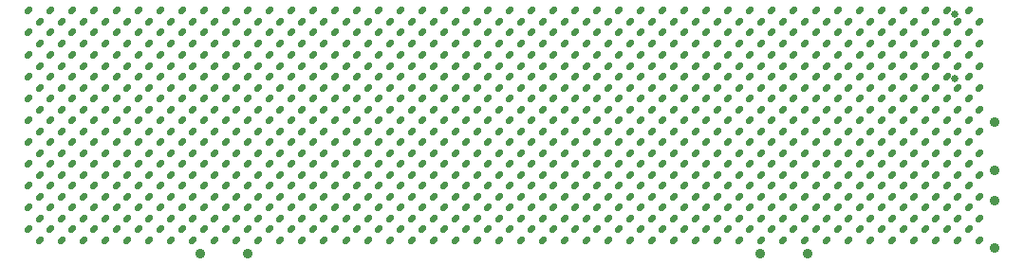
<source format=gbr>
%TF.GenerationSoftware,KiCad,Pcbnew,9.0.1-1.fc41*%
%TF.CreationDate,2025-07-12T12:53:14+07:00*%
%TF.ProjectId,BadgeMagic,42616467-654d-4616-9769-632e6b696361,rev?*%
%TF.SameCoordinates,Original*%
%TF.FileFunction,Soldermask,Bot*%
%TF.FilePolarity,Negative*%
%FSLAX46Y46*%
G04 Gerber Fmt 4.6, Leading zero omitted, Abs format (unit mm)*
G04 Created by KiCad (PCBNEW 9.0.1-1.fc41) date 2025-07-12 12:53:14*
%MOMM*%
%LPD*%
G01*
G04 APERTURE LIST*
G04 Aperture macros list*
%AMRoundRect*
0 Rectangle with rounded corners*
0 $1 Rounding radius*
0 $2 $3 $4 $5 $6 $7 $8 $9 X,Y pos of 4 corners*
0 Add a 4 corners polygon primitive as box body*
4,1,4,$2,$3,$4,$5,$6,$7,$8,$9,$2,$3,0*
0 Add four circle primitives for the rounded corners*
1,1,$1+$1,$2,$3*
1,1,$1+$1,$4,$5*
1,1,$1+$1,$6,$7*
1,1,$1+$1,$8,$9*
0 Add four rect primitives between the rounded corners*
20,1,$1+$1,$2,$3,$4,$5,0*
20,1,$1+$1,$4,$5,$6,$7,0*
20,1,$1+$1,$6,$7,$8,$9,0*
20,1,$1+$1,$8,$9,$2,$3,0*%
G04 Aperture macros list end*
%ADD10C,0.900000*%
%ADD11C,0.650000*%
%ADD12RoundRect,0.150000X0.247487X0.106066X0.106066X0.247487X-0.247487X-0.106066X-0.106066X-0.247487X0*%
G04 APERTURE END LIST*
D10*
%TO.C,KEY1*%
X193320000Y-109880000D03*
X193320000Y-114180000D03*
%TD*%
%TO.C,KEY2*%
X193340000Y-102868400D03*
X193340000Y-107168400D03*
%TD*%
D11*
%TO.C,J2*%
X189785000Y-99020000D03*
X189785000Y-93240000D03*
%TD*%
D10*
%TO.C,KEY4*%
X176690000Y-114660000D03*
X172390000Y-114660000D03*
%TD*%
%TO.C,KEY3*%
X126750000Y-114650000D03*
X122450000Y-114650000D03*
%TD*%
D12*
%TO.C,D330*%
X164726940Y-93887500D03*
X163736990Y-92897550D03*
%TD*%
%TO.C,D197*%
X141326940Y-95837500D03*
X140336990Y-94847550D03*
%TD*%
%TO.C,D207*%
X143276940Y-97887500D03*
X142286990Y-96897550D03*
%TD*%
%TO.C,D389*%
X176426940Y-107637500D03*
X175436990Y-106647550D03*
%TD*%
%TO.C,D1*%
X108176940Y-113487500D03*
X107186990Y-112497550D03*
%TD*%
%TO.C,D55*%
X115976940Y-93887500D03*
X114986990Y-92897550D03*
%TD*%
%TO.C,D371*%
X172526940Y-99837500D03*
X171536990Y-98847550D03*
%TD*%
%TO.C,D454*%
X188126940Y-109587500D03*
X187136990Y-108597550D03*
%TD*%
%TO.C,D269*%
X154976940Y-105687500D03*
X153986990Y-104697550D03*
%TD*%
%TO.C,D276*%
X156926940Y-113487500D03*
X155936990Y-112497550D03*
%TD*%
%TO.C,D130*%
X129626940Y-97887500D03*
X128636990Y-96897550D03*
%TD*%
%TO.C,D53*%
X115976940Y-97887500D03*
X114986990Y-96897550D03*
%TD*%
%TO.C,D136*%
X131576940Y-107637500D03*
X130586990Y-106647550D03*
%TD*%
%TO.C,D421*%
X182276940Y-109587500D03*
X181286990Y-108597550D03*
%TD*%
%TO.C,D294*%
X158876940Y-99837500D03*
X157886990Y-98847550D03*
%TD*%
%TO.C,D261*%
X153026940Y-99837500D03*
X152036990Y-98847550D03*
%TD*%
%TO.C,D333*%
X166676940Y-109587500D03*
X165686990Y-108597550D03*
%TD*%
%TO.C,D181*%
X139376940Y-105687500D03*
X138386990Y-104697550D03*
%TD*%
%TO.C,D216*%
X145226940Y-101787500D03*
X144236990Y-100797550D03*
%TD*%
%TO.C,D424*%
X182276940Y-103737500D03*
X181286990Y-102747550D03*
%TD*%
%TO.C,D413*%
X180326940Y-103737500D03*
X179336990Y-102747550D03*
%TD*%
%TO.C,D263*%
X153026940Y-95837500D03*
X152036990Y-94847550D03*
%TD*%
%TO.C,D219*%
X145226940Y-95837500D03*
X144236990Y-94847550D03*
%TD*%
%TO.C,D198*%
X141326940Y-93887500D03*
X140336990Y-92897550D03*
%TD*%
%TO.C,D30*%
X112076940Y-99837500D03*
X111086990Y-98847550D03*
%TD*%
%TO.C,D255*%
X153026940Y-111537500D03*
X152036990Y-110547550D03*
%TD*%
%TO.C,D179*%
X139376940Y-109587500D03*
X138386990Y-108597550D03*
%TD*%
%TO.C,D308*%
X160826940Y-93887500D03*
X159836990Y-92897550D03*
%TD*%
%TO.C,D12*%
X110126940Y-113487500D03*
X109136990Y-112497550D03*
%TD*%
%TO.C,D7*%
X108176940Y-101787500D03*
X107186990Y-100797550D03*
%TD*%
%TO.C,D129*%
X129626940Y-99837500D03*
X128636990Y-98847550D03*
%TD*%
%TO.C,D36*%
X114026940Y-109587500D03*
X113036990Y-108597550D03*
%TD*%
%TO.C,D82*%
X121826940Y-105687500D03*
X120836990Y-104697550D03*
%TD*%
%TO.C,D217*%
X145226940Y-99837500D03*
X144236990Y-98847550D03*
%TD*%
%TO.C,D218*%
X145226940Y-97887500D03*
X144236990Y-96897550D03*
%TD*%
%TO.C,D398*%
X178376940Y-111537500D03*
X177386990Y-110547550D03*
%TD*%
%TO.C,D407*%
X178376940Y-93887500D03*
X177386990Y-92897550D03*
%TD*%
%TO.C,D112*%
X127676940Y-111537500D03*
X126686990Y-110547550D03*
%TD*%
%TO.C,D210*%
X145226940Y-113487500D03*
X144236990Y-112497550D03*
%TD*%
%TO.C,D282*%
X156926940Y-101787500D03*
X155936990Y-100797550D03*
%TD*%
%TO.C,D367*%
X172526940Y-107637500D03*
X171536990Y-106647550D03*
%TD*%
%TO.C,D278*%
X156926940Y-109587500D03*
X155936990Y-108597550D03*
%TD*%
%TO.C,D118*%
X127676940Y-99837500D03*
X126686990Y-98847550D03*
%TD*%
%TO.C,D366*%
X172526940Y-109587500D03*
X171536990Y-108597550D03*
%TD*%
%TO.C,D22*%
X110126940Y-93887500D03*
X109136990Y-92897550D03*
%TD*%
%TO.C,D231*%
X147176940Y-93887500D03*
X146186990Y-92897550D03*
%TD*%
%TO.C,D267*%
X154976940Y-109587500D03*
X153986990Y-108597550D03*
%TD*%
%TO.C,D244*%
X151076940Y-111537500D03*
X150086990Y-110547550D03*
%TD*%
%TO.C,D153*%
X133526940Y-95837500D03*
X132536990Y-94847550D03*
%TD*%
%TO.C,D388*%
X176426940Y-109587500D03*
X175436990Y-108597550D03*
%TD*%
%TO.C,D315*%
X162776940Y-101787500D03*
X161786990Y-100797550D03*
%TD*%
%TO.C,D337*%
X166676940Y-101787500D03*
X165686990Y-100797550D03*
%TD*%
%TO.C,D273*%
X154976940Y-97887500D03*
X153986990Y-96897550D03*
%TD*%
%TO.C,D95*%
X123776940Y-101787500D03*
X122786990Y-100797550D03*
%TD*%
%TO.C,D230*%
X147176940Y-95837500D03*
X146186990Y-94847550D03*
%TD*%
%TO.C,D446*%
X186176940Y-103737500D03*
X185186990Y-102747550D03*
%TD*%
%TO.C,D373*%
X172526940Y-95837500D03*
X171536990Y-94847550D03*
%TD*%
%TO.C,D419*%
X182276940Y-113487500D03*
X181286990Y-112497550D03*
%TD*%
%TO.C,D459*%
X188126940Y-99837500D03*
X187136990Y-98847550D03*
%TD*%
%TO.C,D445*%
X186176940Y-105687500D03*
X185186990Y-104697550D03*
%TD*%
%TO.C,D121*%
X127676940Y-93887500D03*
X126686990Y-92897550D03*
%TD*%
%TO.C,D26*%
X112076940Y-107637500D03*
X111086990Y-106647550D03*
%TD*%
%TO.C,D247*%
X151076940Y-105687500D03*
X150086990Y-104697550D03*
%TD*%
%TO.C,D284*%
X156926940Y-97887500D03*
X155936990Y-96897550D03*
%TD*%
%TO.C,D406*%
X178376940Y-95837500D03*
X177386990Y-94847550D03*
%TD*%
%TO.C,D120*%
X127676940Y-95837500D03*
X126686990Y-94847550D03*
%TD*%
%TO.C,D328*%
X164726940Y-97887500D03*
X163736990Y-96897550D03*
%TD*%
%TO.C,D275*%
X154976940Y-93887500D03*
X153986990Y-92897550D03*
%TD*%
%TO.C,D171*%
X137426940Y-103737500D03*
X136436990Y-102747550D03*
%TD*%
%TO.C,D258*%
X153026940Y-105687500D03*
X152036990Y-104697550D03*
%TD*%
%TO.C,D203*%
X143276940Y-105687500D03*
X142286990Y-104697550D03*
%TD*%
%TO.C,D472*%
X190076940Y-95837500D03*
X189086990Y-94847550D03*
%TD*%
%TO.C,D312*%
X162776940Y-107637500D03*
X161786990Y-106647550D03*
%TD*%
%TO.C,D280*%
X156926940Y-105687500D03*
X155936990Y-104697550D03*
%TD*%
%TO.C,D74*%
X119876940Y-99837500D03*
X118886990Y-98847550D03*
%TD*%
%TO.C,D83*%
X121826940Y-103737500D03*
X120836990Y-102747550D03*
%TD*%
%TO.C,D324*%
X164726940Y-105687500D03*
X163736990Y-104697550D03*
%TD*%
%TO.C,D270*%
X154976940Y-103737500D03*
X153986990Y-102747550D03*
%TD*%
%TO.C,D469*%
X190076940Y-101787500D03*
X189086990Y-100797550D03*
%TD*%
%TO.C,D455*%
X188126940Y-107637500D03*
X187136990Y-106647550D03*
%TD*%
%TO.C,D397*%
X178376940Y-113487500D03*
X177386990Y-112497550D03*
%TD*%
%TO.C,D145*%
X133526940Y-111537500D03*
X132536990Y-110547550D03*
%TD*%
%TO.C,D384*%
X174476940Y-95837500D03*
X173486990Y-94847550D03*
%TD*%
%TO.C,D462*%
X188126940Y-93887500D03*
X187136990Y-92897550D03*
%TD*%
%TO.C,D338*%
X166676940Y-99837500D03*
X165686990Y-98847550D03*
%TD*%
%TO.C,D69*%
X119876940Y-109587500D03*
X118886990Y-108597550D03*
%TD*%
%TO.C,D292*%
X158876940Y-103737500D03*
X157886990Y-102747550D03*
%TD*%
%TO.C,D204*%
X143276940Y-103737500D03*
X142286990Y-102747550D03*
%TD*%
%TO.C,D106*%
X125726940Y-101787500D03*
X124736990Y-100797550D03*
%TD*%
%TO.C,D319*%
X162776940Y-93887500D03*
X161786990Y-92897550D03*
%TD*%
%TO.C,D188*%
X141326940Y-113487500D03*
X140336990Y-112497550D03*
%TD*%
%TO.C,D148*%
X133526940Y-105687500D03*
X132536990Y-104697550D03*
%TD*%
%TO.C,D346*%
X168626940Y-105687500D03*
X167636990Y-104697550D03*
%TD*%
%TO.C,D250*%
X151076940Y-99837500D03*
X150086990Y-98847550D03*
%TD*%
%TO.C,D100*%
X125726940Y-113487500D03*
X124736990Y-112497550D03*
%TD*%
%TO.C,D211*%
X145226940Y-111537500D03*
X144236990Y-110547550D03*
%TD*%
%TO.C,D126*%
X129626940Y-105687500D03*
X128636990Y-104697550D03*
%TD*%
%TO.C,D475*%
X192026940Y-111537500D03*
X191036990Y-110547550D03*
%TD*%
%TO.C,D325*%
X164726940Y-103737500D03*
X163736990Y-102747550D03*
%TD*%
%TO.C,D236*%
X149126940Y-105687500D03*
X148136990Y-104697550D03*
%TD*%
%TO.C,D428*%
X182276940Y-95837500D03*
X181286990Y-94847550D03*
%TD*%
%TO.C,D117*%
X127676940Y-101787500D03*
X126686990Y-100797550D03*
%TD*%
%TO.C,D205*%
X143276940Y-101787500D03*
X142286990Y-100797550D03*
%TD*%
%TO.C,D287*%
X158876940Y-113487500D03*
X157886990Y-112497550D03*
%TD*%
%TO.C,D252*%
X151076940Y-95837500D03*
X150086990Y-94847550D03*
%TD*%
%TO.C,D481*%
X192026940Y-99837500D03*
X191036990Y-98847550D03*
%TD*%
%TO.C,D417*%
X180326940Y-95837500D03*
X179336990Y-94847550D03*
%TD*%
%TO.C,D466*%
X190076940Y-107637500D03*
X189086990Y-106647550D03*
%TD*%
%TO.C,D50*%
X115976940Y-103737500D03*
X114986990Y-102747550D03*
%TD*%
%TO.C,D72*%
X119876940Y-103737500D03*
X118886990Y-102747550D03*
%TD*%
%TO.C,D323*%
X164726940Y-107637500D03*
X163736990Y-106647550D03*
%TD*%
%TO.C,D142*%
X131576940Y-95837500D03*
X130586990Y-94847550D03*
%TD*%
%TO.C,D272*%
X154976940Y-99837500D03*
X153986990Y-98847550D03*
%TD*%
%TO.C,D78*%
X121826940Y-113487500D03*
X120836990Y-112497550D03*
%TD*%
%TO.C,D444*%
X186176940Y-107637500D03*
X185186990Y-106647550D03*
%TD*%
%TO.C,D3*%
X108176940Y-109587500D03*
X107186990Y-108597550D03*
%TD*%
%TO.C,D297*%
X158876940Y-93887500D03*
X157886990Y-92897550D03*
%TD*%
%TO.C,D433*%
X184226940Y-107637500D03*
X183236990Y-106647550D03*
%TD*%
%TO.C,D256*%
X153026940Y-109587500D03*
X152036990Y-108597550D03*
%TD*%
%TO.C,D296*%
X158876940Y-95837500D03*
X157886990Y-94847550D03*
%TD*%
%TO.C,D89*%
X123776940Y-113487500D03*
X122786990Y-112497550D03*
%TD*%
%TO.C,D393*%
X176426940Y-99837500D03*
X175436990Y-98847550D03*
%TD*%
%TO.C,D196*%
X141326940Y-97887500D03*
X140336990Y-96897550D03*
%TD*%
%TO.C,D471*%
X190076940Y-97887500D03*
X189086990Y-96897550D03*
%TD*%
%TO.C,D32*%
X112076940Y-95837500D03*
X111086990Y-94847550D03*
%TD*%
%TO.C,D253*%
X151076940Y-93887500D03*
X150086990Y-92897550D03*
%TD*%
%TO.C,D214*%
X145226940Y-105687500D03*
X144236990Y-104697550D03*
%TD*%
%TO.C,D434*%
X184226940Y-105687500D03*
X183236990Y-104697550D03*
%TD*%
%TO.C,D390*%
X176426940Y-105687500D03*
X175436990Y-104697550D03*
%TD*%
%TO.C,D169*%
X137426940Y-107637500D03*
X136436990Y-106647550D03*
%TD*%
%TO.C,D335*%
X166676940Y-105687500D03*
X165686990Y-104697550D03*
%TD*%
%TO.C,D410*%
X180326940Y-109587500D03*
X179336990Y-108597550D03*
%TD*%
%TO.C,D262*%
X153026940Y-97887500D03*
X152036990Y-96897550D03*
%TD*%
%TO.C,D84*%
X121826940Y-101787500D03*
X120836990Y-100797550D03*
%TD*%
%TO.C,D97*%
X123776940Y-97887500D03*
X122786990Y-96897550D03*
%TD*%
%TO.C,D133*%
X131576940Y-113487500D03*
X130586990Y-112497550D03*
%TD*%
%TO.C,D289*%
X158876940Y-109587500D03*
X157886990Y-108597550D03*
%TD*%
%TO.C,D260*%
X153026940Y-101787500D03*
X152036990Y-100797550D03*
%TD*%
%TO.C,D237*%
X149126940Y-103737500D03*
X148136990Y-102747550D03*
%TD*%
%TO.C,D443*%
X186176940Y-109587500D03*
X185186990Y-108597550D03*
%TD*%
%TO.C,D358*%
X170576940Y-103737500D03*
X169586990Y-102747550D03*
%TD*%
%TO.C,D341*%
X166676940Y-93887500D03*
X165686990Y-92897550D03*
%TD*%
%TO.C,D484*%
X192026940Y-93887500D03*
X191036990Y-92897550D03*
%TD*%
%TO.C,D45*%
X115976940Y-113487500D03*
X114986990Y-112497550D03*
%TD*%
%TO.C,D94*%
X123776940Y-103737500D03*
X122786990Y-102747550D03*
%TD*%
%TO.C,D344*%
X168626940Y-109587500D03*
X167636990Y-108597550D03*
%TD*%
%TO.C,D31*%
X112076940Y-97887500D03*
X111086990Y-96897550D03*
%TD*%
%TO.C,D222*%
X147176940Y-111537500D03*
X146186990Y-110547550D03*
%TD*%
%TO.C,D173*%
X137426940Y-99837500D03*
X136436990Y-98847550D03*
%TD*%
%TO.C,D149*%
X133526940Y-103737500D03*
X132536990Y-102747550D03*
%TD*%
%TO.C,D248*%
X151076940Y-103737500D03*
X150086990Y-102747550D03*
%TD*%
%TO.C,D96*%
X123776940Y-99837500D03*
X122786990Y-98847550D03*
%TD*%
%TO.C,D154*%
X133526940Y-93887500D03*
X132536990Y-92897550D03*
%TD*%
%TO.C,D221*%
X147176940Y-113487500D03*
X146186990Y-112497550D03*
%TD*%
%TO.C,D394*%
X176426940Y-97887500D03*
X175436990Y-96897550D03*
%TD*%
%TO.C,D33*%
X112076940Y-93887500D03*
X111086990Y-92897550D03*
%TD*%
%TO.C,D187*%
X139376940Y-93887500D03*
X138386990Y-92897550D03*
%TD*%
%TO.C,D226*%
X147176940Y-103737500D03*
X146186990Y-102747550D03*
%TD*%
%TO.C,D24*%
X112076940Y-111537500D03*
X111086990Y-110547550D03*
%TD*%
%TO.C,D392*%
X176426940Y-101787500D03*
X175436990Y-100797550D03*
%TD*%
%TO.C,D138*%
X131576940Y-103737500D03*
X130586990Y-102747550D03*
%TD*%
%TO.C,D208*%
X143276940Y-95837500D03*
X142286990Y-94847550D03*
%TD*%
%TO.C,D104*%
X125726940Y-105687500D03*
X124736990Y-104697550D03*
%TD*%
%TO.C,D426*%
X182276940Y-99837500D03*
X181286990Y-98847550D03*
%TD*%
%TO.C,D374*%
X172526940Y-93887500D03*
X171536990Y-92897550D03*
%TD*%
%TO.C,D186*%
X139376940Y-95837500D03*
X138386990Y-94847550D03*
%TD*%
%TO.C,D17*%
X110126940Y-103737500D03*
X109136990Y-102747550D03*
%TD*%
%TO.C,D35*%
X114026940Y-111537500D03*
X113036990Y-110547550D03*
%TD*%
%TO.C,D223*%
X147176940Y-109587500D03*
X146186990Y-108597550D03*
%TD*%
%TO.C,D465*%
X190076940Y-109587500D03*
X189086990Y-108597550D03*
%TD*%
%TO.C,D28*%
X112076940Y-103737500D03*
X111086990Y-102747550D03*
%TD*%
%TO.C,D81*%
X121826940Y-107637500D03*
X120836990Y-106647550D03*
%TD*%
%TO.C,D193*%
X141326940Y-103737500D03*
X140336990Y-102747550D03*
%TD*%
%TO.C,D318*%
X162776940Y-95837500D03*
X161786990Y-94847550D03*
%TD*%
%TO.C,D401*%
X178376940Y-105687500D03*
X177386990Y-104697550D03*
%TD*%
%TO.C,D103*%
X125726940Y-107637500D03*
X124736990Y-106647550D03*
%TD*%
%TO.C,D21*%
X110126940Y-95837500D03*
X109136990Y-94847550D03*
%TD*%
%TO.C,D340*%
X166676940Y-95837500D03*
X165686990Y-94847550D03*
%TD*%
%TO.C,D172*%
X137426940Y-101787500D03*
X136436990Y-100797550D03*
%TD*%
%TO.C,D162*%
X135476940Y-99837500D03*
X134486990Y-98847550D03*
%TD*%
%TO.C,D157*%
X135476940Y-109587500D03*
X134486990Y-108597550D03*
%TD*%
%TO.C,D131*%
X129626940Y-95837500D03*
X128636990Y-94847550D03*
%TD*%
%TO.C,D375*%
X174476940Y-113487500D03*
X173486990Y-112497550D03*
%TD*%
%TO.C,D23*%
X112076940Y-113487500D03*
X111086990Y-112497550D03*
%TD*%
%TO.C,D342*%
X168626940Y-113487500D03*
X167636990Y-112497550D03*
%TD*%
%TO.C,D309*%
X162776940Y-113487500D03*
X161786990Y-112497550D03*
%TD*%
%TO.C,D66*%
X117926940Y-93887500D03*
X116936990Y-92897550D03*
%TD*%
%TO.C,D402*%
X178376940Y-103737500D03*
X177386990Y-102747550D03*
%TD*%
%TO.C,D368*%
X172526940Y-105687500D03*
X171536990Y-104697550D03*
%TD*%
%TO.C,D321*%
X164726940Y-111537500D03*
X163736990Y-110547550D03*
%TD*%
%TO.C,D307*%
X160826940Y-95837500D03*
X159836990Y-94847550D03*
%TD*%
%TO.C,D425*%
X182276940Y-101787500D03*
X181286990Y-100797550D03*
%TD*%
%TO.C,D164*%
X135476940Y-95837500D03*
X134486990Y-94847550D03*
%TD*%
%TO.C,D158*%
X135476940Y-107637500D03*
X134486990Y-106647550D03*
%TD*%
%TO.C,D283*%
X156926940Y-99837500D03*
X155936990Y-98847550D03*
%TD*%
%TO.C,D184*%
X139376940Y-99837500D03*
X138386990Y-98847550D03*
%TD*%
%TO.C,D277*%
X156926940Y-111537500D03*
X155936990Y-110547550D03*
%TD*%
%TO.C,D266*%
X154976940Y-111537500D03*
X153986990Y-110547550D03*
%TD*%
%TO.C,D350*%
X168626940Y-97887500D03*
X167636990Y-96897550D03*
%TD*%
%TO.C,D168*%
X137426940Y-109587500D03*
X136436990Y-108597550D03*
%TD*%
%TO.C,D317*%
X162776940Y-97887500D03*
X161786990Y-96897550D03*
%TD*%
%TO.C,D19*%
X110126940Y-99837500D03*
X109136990Y-98847550D03*
%TD*%
%TO.C,D68*%
X119876940Y-111537500D03*
X118886990Y-110547550D03*
%TD*%
%TO.C,D438*%
X184226940Y-97887500D03*
X183236990Y-96897550D03*
%TD*%
%TO.C,D91*%
X123776940Y-109587500D03*
X122786990Y-108597550D03*
%TD*%
%TO.C,D357*%
X170576940Y-105687500D03*
X169586990Y-104697550D03*
%TD*%
%TO.C,D377*%
X174476940Y-109587500D03*
X173486990Y-108597550D03*
%TD*%
%TO.C,D44*%
X114026940Y-93887500D03*
X113036990Y-92897550D03*
%TD*%
%TO.C,D143*%
X131576940Y-93887500D03*
X130586990Y-92897550D03*
%TD*%
%TO.C,D242*%
X149126940Y-93887500D03*
X148136990Y-92897550D03*
%TD*%
%TO.C,D268*%
X154976940Y-107637500D03*
X153986990Y-106647550D03*
%TD*%
%TO.C,D381*%
X174476940Y-101787500D03*
X173486990Y-100797550D03*
%TD*%
%TO.C,D313*%
X162776940Y-105687500D03*
X161786990Y-104697550D03*
%TD*%
%TO.C,D119*%
X127676940Y-97887500D03*
X126686990Y-96897550D03*
%TD*%
%TO.C,D334*%
X166676940Y-107637500D03*
X165686990Y-106647550D03*
%TD*%
%TO.C,D128*%
X129626940Y-101787500D03*
X128636990Y-100797550D03*
%TD*%
%TO.C,D281*%
X156926940Y-103737500D03*
X155936990Y-102747550D03*
%TD*%
%TO.C,D182*%
X139376940Y-103737500D03*
X138386990Y-102747550D03*
%TD*%
%TO.C,D440*%
X184226940Y-93887500D03*
X183236990Y-92897550D03*
%TD*%
%TO.C,D449*%
X186176940Y-97887500D03*
X185186990Y-96897550D03*
%TD*%
%TO.C,D457*%
X188126940Y-103737500D03*
X187136990Y-102747550D03*
%TD*%
%TO.C,D300*%
X160826940Y-109587500D03*
X159836990Y-108597550D03*
%TD*%
%TO.C,D285*%
X156926940Y-95837500D03*
X155936990Y-94847550D03*
%TD*%
%TO.C,D90*%
X123776940Y-111537500D03*
X122786990Y-110547550D03*
%TD*%
%TO.C,D151*%
X133526940Y-99837500D03*
X132536990Y-98847550D03*
%TD*%
%TO.C,D46*%
X115976940Y-111537500D03*
X114986990Y-110547550D03*
%TD*%
%TO.C,D165*%
X135476940Y-93887500D03*
X134486990Y-92897550D03*
%TD*%
%TO.C,D415*%
X180326940Y-99837500D03*
X179336990Y-98847550D03*
%TD*%
%TO.C,D57*%
X117926940Y-111537500D03*
X116936990Y-110547550D03*
%TD*%
%TO.C,D58*%
X117926940Y-109587500D03*
X116936990Y-108597550D03*
%TD*%
%TO.C,D99*%
X123776940Y-93887500D03*
X122786990Y-92897550D03*
%TD*%
%TO.C,D453*%
X188126940Y-111537500D03*
X187136990Y-110547550D03*
%TD*%
%TO.C,D140*%
X131576940Y-99837500D03*
X130586990Y-98847550D03*
%TD*%
%TO.C,D108*%
X125726940Y-97887500D03*
X124736990Y-96897550D03*
%TD*%
%TO.C,D359*%
X170576940Y-101787500D03*
X169586990Y-100797550D03*
%TD*%
%TO.C,D304*%
X160826940Y-101787500D03*
X159836990Y-100797550D03*
%TD*%
%TO.C,D65*%
X117926940Y-95837500D03*
X116936990Y-94847550D03*
%TD*%
%TO.C,D235*%
X149126940Y-107637500D03*
X148136990Y-106647550D03*
%TD*%
%TO.C,D29*%
X112076940Y-101787500D03*
X111086990Y-100797550D03*
%TD*%
%TO.C,D15*%
X110126940Y-107637500D03*
X109136990Y-106647550D03*
%TD*%
%TO.C,D43*%
X114026940Y-95837500D03*
X113036990Y-94847550D03*
%TD*%
%TO.C,D355*%
X170576940Y-109587500D03*
X169586990Y-108597550D03*
%TD*%
%TO.C,D291*%
X158876940Y-105687500D03*
X157886990Y-104697550D03*
%TD*%
%TO.C,D332*%
X166676940Y-111537500D03*
X165686990Y-110547550D03*
%TD*%
%TO.C,D52*%
X115976940Y-99837500D03*
X114986990Y-98847550D03*
%TD*%
%TO.C,D144*%
X133526940Y-113487500D03*
X132536990Y-112497550D03*
%TD*%
%TO.C,D409*%
X180326940Y-111537500D03*
X179336990Y-110547550D03*
%TD*%
%TO.C,D432*%
X184226940Y-109587500D03*
X183236990Y-108597550D03*
%TD*%
%TO.C,D451*%
X186176940Y-93887500D03*
X185186990Y-92897550D03*
%TD*%
%TO.C,D73*%
X119876940Y-101787500D03*
X118886990Y-100797550D03*
%TD*%
%TO.C,D152*%
X133526940Y-97887500D03*
X132536990Y-96897550D03*
%TD*%
%TO.C,D474*%
X192026940Y-113487500D03*
X191036990Y-112497550D03*
%TD*%
%TO.C,D62*%
X117926940Y-101787500D03*
X116936990Y-100797550D03*
%TD*%
%TO.C,D63*%
X117926940Y-99837500D03*
X116936990Y-98847550D03*
%TD*%
%TO.C,D478*%
X192026940Y-105687500D03*
X191036990Y-104697550D03*
%TD*%
%TO.C,D132*%
X129626940Y-93887500D03*
X128636990Y-92897550D03*
%TD*%
%TO.C,D34*%
X114026940Y-113487500D03*
X113036990Y-112497550D03*
%TD*%
%TO.C,D251*%
X151076940Y-97887500D03*
X150086990Y-96897550D03*
%TD*%
%TO.C,D463*%
X190076940Y-113487500D03*
X189086990Y-112497550D03*
%TD*%
%TO.C,D87*%
X121826940Y-95837500D03*
X120836990Y-94847550D03*
%TD*%
%TO.C,D385*%
X174476940Y-93887500D03*
X173486990Y-92897550D03*
%TD*%
%TO.C,D77*%
X119876940Y-93887500D03*
X118886990Y-92897550D03*
%TD*%
%TO.C,D92*%
X123776940Y-107637500D03*
X122786990Y-106647550D03*
%TD*%
%TO.C,D8*%
X108176940Y-99837500D03*
X107186990Y-98847550D03*
%TD*%
%TO.C,D295*%
X158876940Y-97887500D03*
X157886990Y-96897550D03*
%TD*%
%TO.C,D54*%
X115976940Y-95837500D03*
X114986990Y-94847550D03*
%TD*%
%TO.C,D240*%
X149126940Y-97887500D03*
X148136990Y-96897550D03*
%TD*%
%TO.C,D249*%
X151076940Y-101787500D03*
X150086990Y-100797550D03*
%TD*%
%TO.C,D212*%
X145226940Y-109587500D03*
X144236990Y-108597550D03*
%TD*%
%TO.C,D155*%
X135476940Y-113487500D03*
X134486990Y-112497550D03*
%TD*%
%TO.C,D464*%
X190076940Y-111537500D03*
X189086990Y-110547550D03*
%TD*%
%TO.C,D170*%
X137426940Y-105687500D03*
X136436990Y-104697550D03*
%TD*%
%TO.C,D400*%
X178376940Y-107637500D03*
X177386990Y-106647550D03*
%TD*%
%TO.C,D176*%
X137426940Y-93887500D03*
X136436990Y-92897550D03*
%TD*%
%TO.C,D254*%
X153026940Y-113487500D03*
X152036990Y-112497550D03*
%TD*%
%TO.C,D59*%
X117926940Y-107637500D03*
X116936990Y-106647550D03*
%TD*%
%TO.C,D2*%
X108176940Y-111537500D03*
X107186990Y-110547550D03*
%TD*%
%TO.C,D264*%
X153026940Y-93887500D03*
X152036990Y-92897550D03*
%TD*%
%TO.C,D225*%
X147176940Y-105687500D03*
X146186990Y-104697550D03*
%TD*%
%TO.C,D39*%
X114026940Y-103737500D03*
X113036990Y-102747550D03*
%TD*%
%TO.C,D362*%
X170576940Y-95837500D03*
X169586990Y-94847550D03*
%TD*%
%TO.C,D18*%
X110126940Y-101787500D03*
X109136990Y-100797550D03*
%TD*%
%TO.C,D343*%
X168626940Y-111537500D03*
X167636990Y-110547550D03*
%TD*%
%TO.C,D403*%
X178376940Y-101787500D03*
X177386990Y-100797550D03*
%TD*%
%TO.C,D70*%
X119876940Y-107637500D03*
X118886990Y-106647550D03*
%TD*%
%TO.C,D163*%
X135476940Y-97887500D03*
X134486990Y-96897550D03*
%TD*%
%TO.C,D124*%
X129626940Y-109587500D03*
X128636990Y-108597550D03*
%TD*%
%TO.C,D122*%
X129626940Y-113487500D03*
X128636990Y-112497550D03*
%TD*%
%TO.C,D303*%
X160826940Y-103737500D03*
X159836990Y-102747550D03*
%TD*%
%TO.C,D80*%
X121826940Y-109587500D03*
X120836990Y-108597550D03*
%TD*%
%TO.C,D429*%
X182276940Y-93887500D03*
X181286990Y-92897550D03*
%TD*%
%TO.C,D194*%
X141326940Y-101787500D03*
X140336990Y-100797550D03*
%TD*%
%TO.C,D349*%
X168626940Y-99837500D03*
X167636990Y-98847550D03*
%TD*%
%TO.C,D48*%
X115976940Y-107637500D03*
X114986990Y-106647550D03*
%TD*%
%TO.C,D125*%
X129626940Y-107637500D03*
X128636990Y-106647550D03*
%TD*%
%TO.C,D51*%
X115976940Y-101787500D03*
X114986990Y-100797550D03*
%TD*%
%TO.C,D306*%
X160826940Y-97887500D03*
X159836990Y-96897550D03*
%TD*%
%TO.C,D365*%
X172526940Y-111537500D03*
X171536990Y-110547550D03*
%TD*%
%TO.C,D458*%
X188126940Y-101787500D03*
X187136990Y-100797550D03*
%TD*%
%TO.C,D20*%
X110126940Y-97887500D03*
X109136990Y-96897550D03*
%TD*%
%TO.C,D116*%
X127676940Y-103737500D03*
X126686990Y-102747550D03*
%TD*%
%TO.C,D327*%
X164726940Y-99837500D03*
X163736990Y-98847550D03*
%TD*%
%TO.C,D60*%
X117926940Y-105687500D03*
X116936990Y-104697550D03*
%TD*%
%TO.C,D135*%
X131576940Y-109587500D03*
X130586990Y-108597550D03*
%TD*%
%TO.C,D378*%
X174476940Y-107637500D03*
X173486990Y-106647550D03*
%TD*%
%TO.C,D111*%
X127676940Y-113487500D03*
X126686990Y-112497550D03*
%TD*%
%TO.C,D201*%
X143276940Y-109587500D03*
X142286990Y-108597550D03*
%TD*%
%TO.C,D418*%
X180326940Y-93887500D03*
X179336990Y-92897550D03*
%TD*%
%TO.C,D243*%
X151076940Y-113487500D03*
X150086990Y-112497550D03*
%TD*%
%TO.C,D305*%
X160826940Y-99837500D03*
X159836990Y-98847550D03*
%TD*%
%TO.C,D245*%
X151076940Y-109587500D03*
X150086990Y-108597550D03*
%TD*%
%TO.C,D13*%
X110126940Y-111537500D03*
X109136990Y-110547550D03*
%TD*%
%TO.C,D452*%
X188126940Y-113487500D03*
X187136990Y-112497550D03*
%TD*%
%TO.C,D37*%
X114026940Y-107637500D03*
X113036990Y-106647550D03*
%TD*%
%TO.C,D442*%
X186176940Y-111537500D03*
X185186990Y-110547550D03*
%TD*%
%TO.C,D200*%
X143276940Y-111537500D03*
X142286990Y-110547550D03*
%TD*%
%TO.C,D395*%
X176426940Y-95837500D03*
X175436990Y-94847550D03*
%TD*%
%TO.C,D174*%
X137426940Y-97887500D03*
X136436990Y-96897550D03*
%TD*%
%TO.C,D408*%
X180326940Y-113487500D03*
X179336990Y-112497550D03*
%TD*%
%TO.C,D102*%
X125726940Y-109587500D03*
X124736990Y-108597550D03*
%TD*%
%TO.C,D430*%
X184226940Y-113487500D03*
X183236990Y-112497550D03*
%TD*%
%TO.C,D479*%
X192026940Y-103737500D03*
X191036990Y-102747550D03*
%TD*%
%TO.C,D101*%
X125726940Y-111537500D03*
X124736990Y-110547550D03*
%TD*%
%TO.C,D379*%
X174476940Y-105687500D03*
X173486990Y-104697550D03*
%TD*%
%TO.C,D422*%
X182276940Y-107637500D03*
X181286990Y-106647550D03*
%TD*%
%TO.C,D232*%
X149126940Y-113487500D03*
X148136990Y-112497550D03*
%TD*%
%TO.C,D209*%
X143276940Y-93887500D03*
X142286990Y-92897550D03*
%TD*%
%TO.C,D386*%
X176426940Y-113487500D03*
X175436990Y-112497550D03*
%TD*%
%TO.C,D14*%
X110126940Y-109587500D03*
X109136990Y-108597550D03*
%TD*%
%TO.C,D311*%
X162776940Y-109587500D03*
X161786990Y-108597550D03*
%TD*%
%TO.C,D382*%
X174476940Y-99837500D03*
X173486990Y-98847550D03*
%TD*%
%TO.C,D185*%
X139376940Y-97887500D03*
X138386990Y-96897550D03*
%TD*%
%TO.C,D405*%
X178376940Y-97887500D03*
X177386990Y-96897550D03*
%TD*%
%TO.C,D64*%
X117926940Y-97887500D03*
X116936990Y-96897550D03*
%TD*%
%TO.C,D361*%
X170576940Y-97887500D03*
X169586990Y-96897550D03*
%TD*%
%TO.C,D448*%
X186176940Y-99837500D03*
X185186990Y-98847550D03*
%TD*%
%TO.C,D4*%
X108176940Y-107637500D03*
X107186990Y-106647550D03*
%TD*%
%TO.C,D314*%
X162776940Y-103737500D03*
X161786990Y-102747550D03*
%TD*%
%TO.C,D229*%
X147176940Y-97887500D03*
X146186990Y-96897550D03*
%TD*%
%TO.C,D302*%
X160826940Y-105687500D03*
X159836990Y-104697550D03*
%TD*%
%TO.C,D178*%
X139376940Y-111537500D03*
X138386990Y-110547550D03*
%TD*%
%TO.C,D356*%
X170576940Y-107637500D03*
X169586990Y-106647550D03*
%TD*%
%TO.C,D326*%
X164726940Y-101787500D03*
X163736990Y-100797550D03*
%TD*%
%TO.C,D483*%
X192026940Y-95837500D03*
X191036990Y-94847550D03*
%TD*%
%TO.C,D177*%
X139376940Y-113487500D03*
X138386990Y-112497550D03*
%TD*%
%TO.C,D351*%
X168626940Y-95837500D03*
X167636990Y-94847550D03*
%TD*%
%TO.C,D301*%
X160826940Y-107637500D03*
X159836990Y-106647550D03*
%TD*%
%TO.C,D239*%
X149126940Y-99837500D03*
X148136990Y-98847550D03*
%TD*%
%TO.C,D411*%
X180326940Y-107637500D03*
X179336990Y-106647550D03*
%TD*%
%TO.C,D259*%
X153026940Y-103737500D03*
X152036990Y-102747550D03*
%TD*%
%TO.C,D370*%
X172526940Y-101787500D03*
X171536990Y-100797550D03*
%TD*%
%TO.C,D290*%
X158876940Y-107637500D03*
X157886990Y-106647550D03*
%TD*%
%TO.C,D450*%
X186176940Y-95837500D03*
X185186990Y-94847550D03*
%TD*%
%TO.C,D439*%
X184226940Y-95837500D03*
X183236990Y-94847550D03*
%TD*%
%TO.C,D354*%
X170576940Y-111537500D03*
X169586990Y-110547550D03*
%TD*%
%TO.C,D316*%
X162776940Y-99837500D03*
X161786990Y-98847550D03*
%TD*%
%TO.C,D41*%
X114026940Y-99837500D03*
X113036990Y-98847550D03*
%TD*%
%TO.C,D85*%
X121826940Y-99837500D03*
X120836990Y-98847550D03*
%TD*%
%TO.C,D180*%
X139376940Y-107637500D03*
X138386990Y-106647550D03*
%TD*%
%TO.C,D347*%
X168626940Y-103737500D03*
X167636990Y-102747550D03*
%TD*%
%TO.C,D156*%
X135476940Y-111537500D03*
X134486990Y-110547550D03*
%TD*%
%TO.C,D175*%
X137426940Y-95837500D03*
X136436990Y-94847550D03*
%TD*%
%TO.C,D71*%
X119876940Y-105687500D03*
X118886990Y-104697550D03*
%TD*%
%TO.C,D139*%
X131576940Y-101787500D03*
X130586990Y-100797550D03*
%TD*%
%TO.C,D183*%
X139376940Y-101787500D03*
X138386990Y-100797550D03*
%TD*%
%TO.C,D141*%
X131576940Y-97887500D03*
X130586990Y-96897550D03*
%TD*%
%TO.C,D61*%
X117926940Y-103737500D03*
X116936990Y-102747550D03*
%TD*%
%TO.C,D376*%
X174476940Y-111537500D03*
X173486990Y-110547550D03*
%TD*%
%TO.C,D396*%
X176426940Y-93887500D03*
X175436990Y-92897550D03*
%TD*%
%TO.C,D191*%
X141326940Y-107637500D03*
X140336990Y-106647550D03*
%TD*%
%TO.C,D380*%
X174476940Y-103737500D03*
X173486990Y-102747550D03*
%TD*%
%TO.C,D123*%
X129626940Y-111537500D03*
X128636990Y-110547550D03*
%TD*%
%TO.C,D9*%
X108176940Y-97887500D03*
X107186990Y-96897550D03*
%TD*%
%TO.C,D167*%
X137426940Y-111537500D03*
X136436990Y-110547550D03*
%TD*%
%TO.C,D79*%
X121826940Y-111537500D03*
X120836990Y-110547550D03*
%TD*%
%TO.C,D147*%
X133526940Y-107637500D03*
X132536990Y-106647550D03*
%TD*%
%TO.C,D470*%
X190076940Y-99837500D03*
X189086990Y-98847550D03*
%TD*%
%TO.C,D161*%
X135476940Y-101787500D03*
X134486990Y-100797550D03*
%TD*%
%TO.C,D476*%
X192026940Y-109587500D03*
X191036990Y-108597550D03*
%TD*%
%TO.C,D25*%
X112076940Y-109587500D03*
X111086990Y-108597550D03*
%TD*%
%TO.C,D345*%
X168626940Y-107637500D03*
X167636990Y-106647550D03*
%TD*%
%TO.C,D40*%
X114026940Y-101787500D03*
X113036990Y-100797550D03*
%TD*%
%TO.C,D195*%
X141326940Y-99837500D03*
X140336990Y-98847550D03*
%TD*%
%TO.C,D114*%
X127676940Y-107637500D03*
X126686990Y-106647550D03*
%TD*%
%TO.C,D215*%
X145226940Y-103737500D03*
X144236990Y-102747550D03*
%TD*%
%TO.C,D27*%
X112076940Y-105687500D03*
X111086990Y-104697550D03*
%TD*%
%TO.C,D329*%
X164726940Y-95837500D03*
X163736990Y-94847550D03*
%TD*%
%TO.C,D420*%
X182276940Y-111537500D03*
X181286990Y-110547550D03*
%TD*%
%TO.C,D360*%
X170576940Y-99837500D03*
X169586990Y-98847550D03*
%TD*%
%TO.C,D134*%
X131576940Y-111537500D03*
X130586990Y-110547550D03*
%TD*%
%TO.C,D56*%
X117926940Y-113487500D03*
X116936990Y-112497550D03*
%TD*%
%TO.C,D274*%
X154976940Y-95837500D03*
X153986990Y-94847550D03*
%TD*%
%TO.C,D38*%
X114026940Y-105687500D03*
X113036990Y-104697550D03*
%TD*%
%TO.C,D257*%
X153026940Y-107637500D03*
X152036990Y-106647550D03*
%TD*%
%TO.C,D336*%
X166676940Y-103737500D03*
X165686990Y-102747550D03*
%TD*%
%TO.C,D288*%
X158876940Y-111537500D03*
X157886990Y-110547550D03*
%TD*%
%TO.C,D299*%
X160826940Y-111537500D03*
X159836990Y-110547550D03*
%TD*%
%TO.C,D447*%
X186176940Y-101787500D03*
X185186990Y-100797550D03*
%TD*%
%TO.C,D436*%
X184226940Y-101787500D03*
X183236990Y-100797550D03*
%TD*%
%TO.C,D352*%
X168626940Y-93887500D03*
X167636990Y-92897550D03*
%TD*%
%TO.C,D166*%
X137426940Y-113487500D03*
X136436990Y-112497550D03*
%TD*%
%TO.C,D11*%
X108176940Y-93887500D03*
X107186990Y-92897550D03*
%TD*%
%TO.C,D76*%
X119876940Y-95837500D03*
X118886990Y-94847550D03*
%TD*%
%TO.C,D146*%
X133526940Y-109587500D03*
X132536990Y-108597550D03*
%TD*%
%TO.C,D150*%
X133526940Y-101787500D03*
X132536990Y-100797550D03*
%TD*%
%TO.C,D423*%
X182276940Y-105687500D03*
X181286990Y-104697550D03*
%TD*%
%TO.C,D399*%
X178376940Y-109587500D03*
X177386990Y-108597550D03*
%TD*%
%TO.C,D113*%
X127676940Y-109587500D03*
X126686990Y-108597550D03*
%TD*%
%TO.C,D42*%
X114026940Y-97887500D03*
X113036990Y-96897550D03*
%TD*%
%TO.C,D331*%
X166676940Y-113487500D03*
X165686990Y-112497550D03*
%TD*%
%TO.C,D127*%
X129626940Y-103737500D03*
X128636990Y-102747550D03*
%TD*%
%TO.C,D189*%
X141326940Y-111537500D03*
X140336990Y-110547550D03*
%TD*%
%TO.C,D105*%
X125726940Y-103737500D03*
X124736990Y-102747550D03*
%TD*%
%TO.C,D109*%
X125726940Y-95837500D03*
X124736990Y-94847550D03*
%TD*%
%TO.C,D192*%
X141326940Y-105687500D03*
X140336990Y-104697550D03*
%TD*%
%TO.C,D437*%
X184226940Y-99837500D03*
X183236990Y-98847550D03*
%TD*%
%TO.C,D246*%
X151076940Y-107637500D03*
X150086990Y-106647550D03*
%TD*%
%TO.C,D480*%
X192026940Y-101787500D03*
X191036990Y-100797550D03*
%TD*%
%TO.C,D279*%
X156926940Y-107637500D03*
X155936990Y-106647550D03*
%TD*%
%TO.C,D414*%
X180326940Y-101787500D03*
X179336990Y-100797550D03*
%TD*%
%TO.C,D482*%
X192026940Y-97887500D03*
X191036990Y-96897550D03*
%TD*%
%TO.C,D233*%
X149126940Y-111537500D03*
X148136990Y-110547550D03*
%TD*%
%TO.C,D293*%
X158876940Y-101787500D03*
X157886990Y-100797550D03*
%TD*%
%TO.C,D67*%
X119876940Y-113487500D03*
X118886990Y-112497550D03*
%TD*%
%TO.C,D339*%
X166676940Y-97887500D03*
X165686990Y-96897550D03*
%TD*%
%TO.C,D160*%
X135476940Y-103737500D03*
X134486990Y-102747550D03*
%TD*%
%TO.C,D271*%
X154976940Y-101787500D03*
X153986990Y-100797550D03*
%TD*%
%TO.C,D241*%
X149126940Y-95837500D03*
X148136990Y-94847550D03*
%TD*%
%TO.C,D348*%
X168626940Y-101787500D03*
X167636990Y-100797550D03*
%TD*%
%TO.C,D75*%
X119876940Y-97887500D03*
X118886990Y-96897550D03*
%TD*%
%TO.C,D107*%
X125726940Y-99837500D03*
X124736990Y-98847550D03*
%TD*%
%TO.C,D431*%
X184226940Y-111537500D03*
X183236990Y-110547550D03*
%TD*%
%TO.C,D98*%
X123776940Y-95837500D03*
X122786990Y-94847550D03*
%TD*%
%TO.C,D412*%
X180326940Y-105687500D03*
X179336990Y-104697550D03*
%TD*%
%TO.C,D467*%
X190076940Y-105687500D03*
X189086990Y-104697550D03*
%TD*%
%TO.C,D228*%
X147176940Y-99837500D03*
X146186990Y-98847550D03*
%TD*%
%TO.C,D220*%
X145226940Y-93887500D03*
X144236990Y-92897550D03*
%TD*%
%TO.C,D227*%
X147176940Y-101787500D03*
X146186990Y-100797550D03*
%TD*%
%TO.C,D47*%
X115976940Y-109587500D03*
X114986990Y-108597550D03*
%TD*%
%TO.C,D202*%
X143276940Y-107637500D03*
X142286990Y-106647550D03*
%TD*%
%TO.C,D364*%
X172526940Y-113487500D03*
X171536990Y-112497550D03*
%TD*%
%TO.C,D224*%
X147176940Y-107637500D03*
X146186990Y-106647550D03*
%TD*%
%TO.C,D404*%
X178376940Y-99837500D03*
X177386990Y-98847550D03*
%TD*%
%TO.C,D86*%
X121826940Y-97887500D03*
X120836990Y-96897550D03*
%TD*%
%TO.C,D383*%
X174476940Y-97887500D03*
X173486990Y-96897550D03*
%TD*%
%TO.C,D322*%
X164726940Y-109587500D03*
X163736990Y-108597550D03*
%TD*%
%TO.C,D159*%
X135476940Y-105687500D03*
X134486990Y-104697550D03*
%TD*%
%TO.C,D6*%
X108176940Y-103737500D03*
X107186990Y-102747550D03*
%TD*%
%TO.C,D441*%
X186176940Y-113487500D03*
X185186990Y-112497550D03*
%TD*%
%TO.C,D456*%
X188126940Y-105687500D03*
X187136990Y-104697550D03*
%TD*%
%TO.C,D435*%
X184226940Y-103737500D03*
X183236990Y-102747550D03*
%TD*%
%TO.C,D310*%
X162776940Y-111537500D03*
X161786990Y-110547550D03*
%TD*%
%TO.C,D190*%
X141326940Y-109587500D03*
X140336990Y-108597550D03*
%TD*%
%TO.C,D49*%
X115976940Y-105687500D03*
X114986990Y-104697550D03*
%TD*%
%TO.C,D265*%
X154976940Y-113487500D03*
X153986990Y-112497550D03*
%TD*%
%TO.C,D137*%
X131576940Y-105687500D03*
X130586990Y-104697550D03*
%TD*%
%TO.C,D391*%
X176426940Y-103737500D03*
X175436990Y-102747550D03*
%TD*%
%TO.C,D477*%
X192026940Y-107637500D03*
X191036990Y-106647550D03*
%TD*%
%TO.C,D353*%
X170576940Y-113487500D03*
X169586990Y-112497550D03*
%TD*%
%TO.C,D5*%
X108176940Y-105687500D03*
X107186990Y-104697550D03*
%TD*%
%TO.C,D372*%
X172526940Y-97887500D03*
X171536990Y-96897550D03*
%TD*%
%TO.C,D199*%
X143276940Y-113487500D03*
X142286990Y-112497550D03*
%TD*%
%TO.C,D286*%
X156926940Y-93887500D03*
X155936990Y-92897550D03*
%TD*%
%TO.C,D93*%
X123776940Y-105687500D03*
X122786990Y-104697550D03*
%TD*%
%TO.C,D468*%
X190076940Y-103737500D03*
X189086990Y-102747550D03*
%TD*%
%TO.C,D10*%
X108176940Y-95837500D03*
X107186990Y-94847550D03*
%TD*%
%TO.C,D234*%
X149126940Y-109587500D03*
X148136990Y-108597550D03*
%TD*%
%TO.C,D363*%
X170576940Y-93887500D03*
X169586990Y-92897550D03*
%TD*%
%TO.C,D115*%
X127676940Y-105687500D03*
X126686990Y-104697550D03*
%TD*%
%TO.C,D473*%
X190076940Y-93887500D03*
X189086990Y-92897550D03*
%TD*%
%TO.C,D110*%
X125726940Y-93887500D03*
X124736990Y-92897550D03*
%TD*%
%TO.C,D461*%
X188126940Y-95837500D03*
X187136990Y-94847550D03*
%TD*%
%TO.C,D387*%
X176426940Y-111537500D03*
X175436990Y-110547550D03*
%TD*%
%TO.C,D238*%
X149126940Y-101787500D03*
X148136990Y-100797550D03*
%TD*%
%TO.C,D427*%
X182276940Y-97887500D03*
X181286990Y-96897550D03*
%TD*%
%TO.C,D460*%
X188126940Y-97887500D03*
X187136990Y-96897550D03*
%TD*%
%TO.C,D213*%
X145226940Y-107637500D03*
X144236990Y-106647550D03*
%TD*%
%TO.C,D416*%
X180326940Y-97887500D03*
X179336990Y-96897550D03*
%TD*%
%TO.C,D16*%
X110126940Y-105687500D03*
X109136990Y-104697550D03*
%TD*%
%TO.C,D298*%
X160826940Y-113487500D03*
X159836990Y-112497550D03*
%TD*%
%TO.C,D369*%
X172526940Y-103737500D03*
X171536990Y-102747550D03*
%TD*%
%TO.C,D88*%
X121826940Y-93887500D03*
X120836990Y-92897550D03*
%TD*%
%TO.C,D320*%
X164726940Y-113487500D03*
X163736990Y-112497550D03*
%TD*%
%TO.C,D206*%
X143276940Y-99837500D03*
X142286990Y-98847550D03*
%TD*%
M02*

</source>
